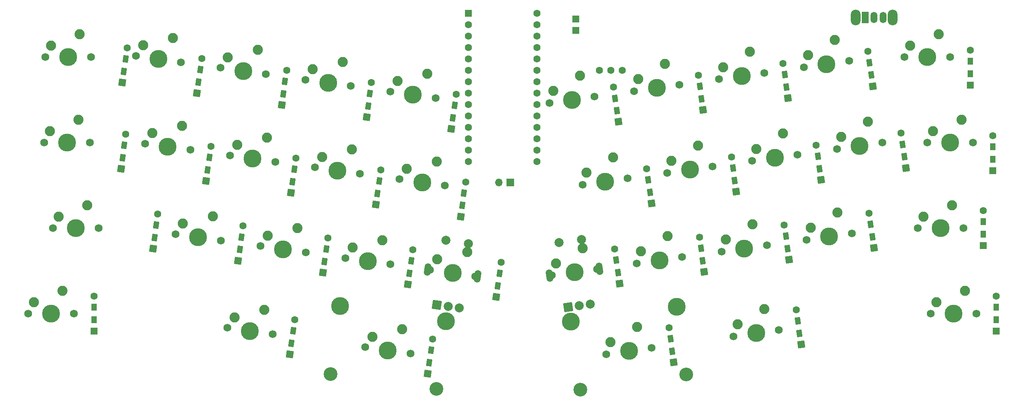
<source format=gbr>
%TF.GenerationSoftware,KiCad,Pcbnew,(6.0.1)*%
%TF.CreationDate,2022-01-24T11:33:20-05:00*%
%TF.ProjectId,QALBLE,51414c42-4c45-42e6-9b69-6361645f7063,rev?*%
%TF.SameCoordinates,Original*%
%TF.FileFunction,Soldermask,Bot*%
%TF.FilePolarity,Negative*%
%FSLAX46Y46*%
G04 Gerber Fmt 4.6, Leading zero omitted, Abs format (unit mm)*
G04 Created by KiCad (PCBNEW (6.0.1)) date 2022-01-24 11:33:20*
%MOMM*%
%LPD*%
G01*
G04 APERTURE LIST*
G04 Aperture macros list*
%AMHorizOval*
0 Thick line with rounded ends*
0 $1 width*
0 $2 $3 position (X,Y) of the first rounded end (center of the circle)*
0 $4 $5 position (X,Y) of the second rounded end (center of the circle)*
0 Add line between two ends*
20,1,$1,$2,$3,$4,$5,0*
0 Add two circle primitives to create the rounded ends*
1,1,$1,$2,$3*
1,1,$1,$4,$5*%
%AMRotRect*
0 Rectangle, with rotation*
0 The origin of the aperture is its center*
0 $1 length*
0 $2 width*
0 $3 Rotation angle, in degrees counterclockwise*
0 Add horizontal line*
21,1,$1,$2,0,0,$3*%
G04 Aperture macros list end*
%ADD10RotRect,1.600000X1.200000X262.000000*%
%ADD11RotRect,1.600000X1.600000X262.000000*%
%ADD12C,1.600000*%
%ADD13C,1.750000*%
%ADD14C,3.987800*%
%ADD15C,2.250000*%
%ADD16C,3.048000*%
%ADD17R,1.600000X1.600000*%
%ADD18R,1.200000X1.600000*%
%ADD19RotRect,1.600000X1.200000X278.000000*%
%ADD20RotRect,1.600000X1.600000X278.000000*%
%ADD21HorizOval,1.500000X-0.090463X0.643674X0.090463X-0.643674X0*%
%ADD22RotRect,2.000000X2.000000X98.000000*%
%ADD23C,2.000000*%
%ADD24HorizOval,1.500000X0.090463X0.643674X-0.090463X-0.643674X0*%
%ADD25RotRect,2.000000X2.000000X82.000000*%
%ADD26R,1.524000X1.524000*%
%ADD27O,2.200000X3.500000*%
%ADD28R,1.500000X2.500000*%
%ADD29O,1.500000X2.500000*%
%ADD30R,1.700000X1.700000*%
%ADD31O,1.700000X1.700000*%
G04 APERTURE END LIST*
D10*
%TO.C,D21*%
X112585992Y-79569902D03*
D11*
X112238059Y-82045572D03*
D12*
X113323609Y-74321482D03*
D10*
X112975676Y-76797152D03*
%TD*%
D13*
%TO.C,MX18*%
X245469197Y-62502802D03*
X255530321Y-61088804D03*
D14*
X250499759Y-61795803D03*
D15*
X246373338Y-59810772D03*
X252308041Y-56411742D03*
%TD*%
D13*
%TO.C,MX20*%
X284372891Y-58369981D03*
D14*
X289452891Y-58369981D03*
D13*
X294532891Y-58369981D03*
D15*
X285642891Y-55829981D03*
X291992891Y-53289981D03*
%TD*%
D14*
%TO.C,MX26*%
X205989470Y-87288531D03*
D13*
X211020032Y-86581532D03*
X200958908Y-87995530D03*
D15*
X201863049Y-85303500D03*
X207797752Y-81904470D03*
%TD*%
D13*
%TO.C,MX17*%
X236665706Y-63740045D03*
D14*
X231635144Y-64447044D03*
D13*
X226604582Y-65154043D03*
D15*
X227508723Y-62462013D03*
X233443426Y-59062983D03*
%TD*%
D16*
%TO.C,MX34*%
X230835544Y-110087508D03*
D14*
X218073041Y-104827515D03*
D13*
X223103603Y-104120516D03*
D16*
X207254786Y-113401567D03*
D14*
X205133788Y-98309882D03*
X228714546Y-94995822D03*
D13*
X213042479Y-105534514D03*
D15*
X213946620Y-102842484D03*
X219881323Y-99443454D03*
%TD*%
D13*
%TO.C,MX10*%
X279324631Y-39319986D03*
X289484631Y-39319986D03*
D14*
X284404631Y-39319986D03*
D15*
X280594631Y-36779986D03*
X286944631Y-34239986D03*
%TD*%
D13*
%TO.C,MX13*%
X129359037Y-61270373D03*
X139420161Y-62684371D03*
D14*
X134389599Y-61977372D03*
D15*
X130970177Y-58931842D03*
X137611879Y-57300310D03*
%TD*%
D13*
%TO.C,MX2*%
X108426449Y-39091281D03*
D14*
X113457011Y-39798280D03*
D13*
X118487573Y-40505279D03*
D15*
X110037589Y-36752750D03*
X116679291Y-35121218D03*
%TD*%
D17*
%TO.C,D20*%
X298977878Y-64651235D03*
D18*
X298977878Y-62151235D03*
X298977878Y-59351235D03*
D12*
X298977878Y-56851235D03*
%TD*%
D13*
%TO.C,MX1*%
X98508375Y-39319987D03*
X88348375Y-39319987D03*
D14*
X93428375Y-39319987D03*
D15*
X89618375Y-36779987D03*
X95968375Y-34239987D03*
%TD*%
D19*
%TO.C,D9*%
X271955514Y-43361585D03*
D20*
X272303447Y-45837255D03*
D12*
X271217897Y-38113165D03*
D19*
X271565830Y-40588835D03*
%TD*%
D14*
%TO.C,MX3*%
X132324698Y-42449962D03*
D13*
X127294136Y-41742963D03*
X137355260Y-43156961D03*
D15*
X128905276Y-39404432D03*
X135546978Y-37772900D03*
%TD*%
D13*
%TO.C,MX4*%
X156219871Y-45808205D03*
D14*
X151189309Y-45101206D03*
D13*
X146158747Y-44394207D03*
D15*
X147769887Y-42055676D03*
X154411589Y-40424144D03*
%TD*%
D21*
%TO.C,EN2*%
X211534971Y-86509162D03*
X200443969Y-88067900D03*
D22*
X204557598Y-95063474D03*
D23*
X209508938Y-94367609D03*
X207033268Y-94715542D03*
X207490928Y-80008722D03*
X202539588Y-80704587D03*
%TD*%
D20*
%TO.C,D35*%
X256345009Y-103387061D03*
D19*
X255997076Y-100911391D03*
X255607392Y-98138641D03*
D12*
X255259459Y-95662971D03*
%TD*%
D10*
%TO.C,D12*%
X124418403Y-64463854D03*
D11*
X124070470Y-66939524D03*
D12*
X125156020Y-59215434D03*
D10*
X124808087Y-61691104D03*
%TD*%
D14*
%TO.C,MX8*%
X243132356Y-43594007D03*
D13*
X238101794Y-44301006D03*
X248162918Y-42887008D03*
D15*
X239005935Y-41608976D03*
X244940638Y-38209946D03*
%TD*%
D13*
%TO.C,MX32*%
X128772704Y-99662407D03*
X138833828Y-101076405D03*
D14*
X133803266Y-100369406D03*
D15*
X130383844Y-97323876D03*
X137025546Y-95692344D03*
%TD*%
D10*
%TO.C,D32*%
X143037641Y-103080963D03*
D11*
X142689708Y-105556633D03*
D12*
X143775258Y-97832543D03*
D10*
X143427325Y-100308213D03*
%TD*%
D19*
%TO.C,D19*%
X279322893Y-61563377D03*
D20*
X279670826Y-64039047D03*
D19*
X278933209Y-58790627D03*
D12*
X278585276Y-56314957D03*
%TD*%
D19*
%TO.C,D8*%
X253090889Y-46012828D03*
D20*
X253438822Y-48488498D03*
D19*
X252701205Y-43240078D03*
D12*
X252353272Y-40764408D03*
%TD*%
D11*
%TO.C,D4*%
X159734767Y-52714604D03*
D10*
X160082700Y-50238934D03*
D12*
X160820317Y-44990514D03*
D10*
X160472384Y-47466184D03*
%TD*%
D13*
%TO.C,MX16*%
X207739983Y-67805301D03*
X217801107Y-66391303D03*
D14*
X212770545Y-67098302D03*
D15*
X208644124Y-65113271D03*
X214578827Y-61714241D03*
%TD*%
D10*
%TO.C,D25*%
X188920257Y-90292133D03*
D11*
X188572324Y-92767803D03*
D10*
X189309941Y-87519383D03*
D12*
X189657874Y-85043713D03*
%TD*%
D11*
%TO.C,D15*%
X180664285Y-74893266D03*
D10*
X181012218Y-72417596D03*
X181401902Y-69644846D03*
D12*
X181749835Y-67169176D03*
%TD*%
D13*
%TO.C,MX24*%
X155004717Y-84111854D03*
X165065841Y-85525852D03*
D14*
X160035279Y-84818853D03*
D15*
X156615857Y-81773323D03*
X163257559Y-80141791D03*
%TD*%
D13*
%TO.C,MX31*%
X94698389Y-96469985D03*
D14*
X89618389Y-96469985D03*
D13*
X84538389Y-96469985D03*
D15*
X85808389Y-93929985D03*
X92158389Y-91389985D03*
%TD*%
D11*
%TO.C,D24*%
X168921693Y-90006093D03*
D10*
X169269626Y-87530423D03*
X169659310Y-84757673D03*
D12*
X170007243Y-82282003D03*
%TD*%
D20*
%TO.C,D6*%
X215709621Y-53790989D03*
D19*
X215361688Y-51315319D03*
X214972004Y-48542569D03*
D12*
X214624071Y-46066899D03*
%TD*%
D11*
%TO.C,D22*%
X131192498Y-84703596D03*
D10*
X131540431Y-82227926D03*
D12*
X132278048Y-76979506D03*
D10*
X131930115Y-79455176D03*
%TD*%
D13*
%TO.C,MX36*%
X295294882Y-96469983D03*
D14*
X290214882Y-96469983D03*
D13*
X285134882Y-96469983D03*
D15*
X286404882Y-93929983D03*
X292754882Y-91389983D03*
%TD*%
D24*
%TO.C,EN1*%
X184445382Y-88249471D03*
X173354380Y-86690733D03*
D25*
X175380413Y-94549180D03*
D23*
X180331753Y-95245045D03*
X177856083Y-94897113D03*
X182349763Y-80886158D03*
X177398423Y-80190293D03*
%TD*%
D18*
%TO.C,D30*%
X296882366Y-78819993D03*
D17*
X296882366Y-81319993D03*
D18*
X296882366Y-76019993D03*
D12*
X296882366Y-73519993D03*
%TD*%
D11*
%TO.C,D14*%
X161799690Y-72242016D03*
D10*
X162147623Y-69766346D03*
D12*
X162885240Y-64517926D03*
D10*
X162537307Y-66993596D03*
%TD*%
D11*
%TO.C,D33*%
X173344679Y-109864917D03*
D10*
X173692612Y-107389247D03*
X174082296Y-104616497D03*
D12*
X174430229Y-102140827D03*
%TD*%
D17*
%TO.C,U1*%
X182415631Y-29589984D03*
D12*
X182415631Y-32129984D03*
X182415631Y-34669984D03*
X182415631Y-37209984D03*
X182415631Y-39749984D03*
X182415631Y-42289984D03*
X182415631Y-44829984D03*
X182415631Y-47369984D03*
X182415631Y-49909984D03*
X182415631Y-52449984D03*
X182415631Y-54989984D03*
X182415631Y-57529984D03*
X182415631Y-60069984D03*
X182415631Y-62609984D03*
X197655631Y-62609984D03*
X197655631Y-60069984D03*
X197655631Y-57529984D03*
X197655631Y-54989984D03*
X197655631Y-52449984D03*
X197655631Y-49909984D03*
X197655631Y-47369984D03*
X197655631Y-44829984D03*
X197655631Y-42289984D03*
X197655631Y-39749984D03*
X197655631Y-37209984D03*
X197655631Y-34669984D03*
X197655631Y-32129984D03*
X197655631Y-29589984D03*
%TD*%
D13*
%TO.C,MX11*%
X88062619Y-58369987D03*
D14*
X93142619Y-58369987D03*
D13*
X98222619Y-58369987D03*
D15*
X89332619Y-55829987D03*
X95682619Y-53289987D03*
%TD*%
D14*
%TO.C,MX5*%
X170053902Y-47752456D03*
D13*
X165023340Y-47045457D03*
X175084464Y-48459455D03*
D15*
X166634480Y-44706926D03*
X173276182Y-43075394D03*
%TD*%
D20*
%TO.C,D26*%
X215964553Y-89824950D03*
D19*
X215616620Y-87349280D03*
D12*
X214879003Y-82100860D03*
D19*
X215226936Y-84576530D03*
%TD*%
D13*
%TO.C,MX22*%
X127336623Y-80223355D03*
X117275499Y-78809357D03*
D14*
X122306061Y-79516356D03*
D15*
X118886639Y-76470826D03*
X125528341Y-74839294D03*
%TD*%
D13*
%TO.C,MX28*%
X238688138Y-82693021D03*
D14*
X243718700Y-81986022D03*
D13*
X248749262Y-81279023D03*
D15*
X239592279Y-80000991D03*
X245526982Y-76601961D03*
%TD*%
D10*
%TO.C,D11*%
X105471604Y-61751350D03*
D11*
X105123671Y-64227020D03*
D10*
X105861288Y-58978600D03*
D12*
X106209221Y-56502930D03*
%TD*%
D11*
%TO.C,D1*%
X105416854Y-45031022D03*
D10*
X105764787Y-42555352D03*
X106154471Y-39782602D03*
D12*
X106502404Y-37306932D03*
%TD*%
D14*
%TO.C,MX30*%
X287357389Y-77419984D03*
D13*
X282277389Y-77419984D03*
X292437389Y-77419984D03*
D15*
X283547389Y-74879984D03*
X289897389Y-72339984D03*
%TD*%
D13*
%TO.C,MX25*%
X183930443Y-88177101D03*
X173869319Y-86763103D03*
D14*
X178899881Y-87470102D03*
D15*
X175480459Y-84424572D03*
X182122161Y-82793040D03*
%TD*%
D10*
%TO.C,D5*%
X178947319Y-52890170D03*
D11*
X178599386Y-55365840D03*
D10*
X179337003Y-50117420D03*
D12*
X179684936Y-47641750D03*
%TD*%
D13*
%TO.C,MX7*%
X229298310Y-45538246D03*
D14*
X224267748Y-46245245D03*
D13*
X219237186Y-46952244D03*
D15*
X220141327Y-44260214D03*
X226076030Y-40861184D03*
%TD*%
D19*
%TO.C,D7*%
X234226296Y-48664079D03*
D20*
X234574229Y-51139749D03*
D19*
X233836612Y-45891329D03*
D12*
X233488679Y-43415659D03*
%TD*%
D13*
%TO.C,MX12*%
X120555576Y-60033129D03*
X110494452Y-58619131D03*
D14*
X115525014Y-59326130D03*
D15*
X112105592Y-56280600D03*
X118747294Y-54649068D03*
%TD*%
D10*
%TO.C,D13*%
X143283002Y-67115097D03*
D11*
X142935069Y-69590767D03*
D12*
X144020619Y-61866677D03*
D10*
X143672686Y-64342347D03*
%TD*%
D14*
%TO.C,MX6*%
X205403127Y-48896496D03*
D13*
X210433689Y-48189497D03*
X200372565Y-49603495D03*
D15*
X201276706Y-46911465D03*
X207211409Y-43512435D03*
%TD*%
D13*
%TO.C,MX19*%
X274394922Y-58437557D03*
D14*
X269364360Y-59144556D03*
D13*
X264333798Y-59851555D03*
D15*
X265237939Y-57159525D03*
X271172642Y-53760495D03*
%TD*%
D14*
%TO.C,MX33*%
X177397506Y-98160047D03*
D13*
X169488815Y-105384679D03*
D16*
X151695750Y-109937673D03*
D13*
X159427691Y-103970681D03*
D16*
X175276508Y-113251732D03*
D14*
X153816748Y-94845987D03*
X164458253Y-104677680D03*
D15*
X161038831Y-101632150D03*
X167680533Y-100000618D03*
%TD*%
D13*
%TO.C,MX14*%
X148223651Y-63921634D03*
D14*
X153254213Y-64628633D03*
D13*
X158284775Y-65335632D03*
D15*
X149834791Y-61583103D03*
X156476493Y-59951571D03*
%TD*%
D19*
%TO.C,D16*%
X222729074Y-69517124D03*
D20*
X223077007Y-71992794D03*
D19*
X222339390Y-66744374D03*
D12*
X221991457Y-64268704D03*
%TD*%
D14*
%TO.C,MX15*%
X172118811Y-67279880D03*
D13*
X167088249Y-66572881D03*
X177149373Y-67986879D03*
D15*
X168699389Y-64234350D03*
X175341091Y-62602818D03*
%TD*%
D18*
%TO.C,D31*%
X99143382Y-97869989D03*
D17*
X99143382Y-100369989D03*
D18*
X99143382Y-95069989D03*
D12*
X99143382Y-92569989D03*
%TD*%
D20*
%TO.C,D18*%
X260806236Y-66690299D03*
D19*
X260458303Y-64214629D03*
X260068619Y-61441879D03*
D12*
X259720686Y-58966209D03*
%TD*%
D14*
%TO.C,MX27*%
X224854105Y-84637278D03*
D13*
X219823543Y-85344277D03*
X229884667Y-83930279D03*
D15*
X220727684Y-82652247D03*
X226662387Y-79253217D03*
%TD*%
D13*
%TO.C,MX9*%
X267027512Y-40235757D03*
X256966388Y-41649755D03*
D14*
X261996950Y-40942756D03*
D15*
X257870529Y-38957725D03*
X263805232Y-35558695D03*
%TD*%
D17*
%TO.C,D36*%
X299739872Y-100369983D03*
D18*
X299739872Y-97869983D03*
X299739872Y-95069983D03*
D12*
X299739872Y-92569983D03*
%TD*%
D14*
%TO.C,MX35*%
X246369931Y-100850634D03*
D13*
X251400493Y-100143635D03*
X241339369Y-101557633D03*
D15*
X242243510Y-98865603D03*
X248178213Y-95466573D03*
%TD*%
D26*
%TO.C,J2*%
X206298157Y-30929718D03*
X206298157Y-33469718D03*
%TD*%
D20*
%TO.C,D17*%
X241941630Y-69341542D03*
D19*
X241593697Y-66865872D03*
D12*
X240856080Y-61617452D03*
D19*
X241204013Y-64093122D03*
%TD*%
%TO.C,D29*%
X272210425Y-79395539D03*
D20*
X272558358Y-81871209D03*
D19*
X271820741Y-76622789D03*
D12*
X271472808Y-74147119D03*
%TD*%
D13*
%TO.C,MX29*%
X267613880Y-78627781D03*
D14*
X262583318Y-79334780D03*
D13*
X257552756Y-80041779D03*
D15*
X258456897Y-77349749D03*
X264391600Y-73950719D03*
%TD*%
D19*
%TO.C,D34*%
X227700152Y-104888265D03*
D20*
X228048085Y-107363935D03*
D12*
X226962535Y-99639845D03*
D19*
X227310468Y-102115515D03*
%TD*%
D11*
%TO.C,D2*%
X122005567Y-47412111D03*
D10*
X122353500Y-44936441D03*
D12*
X123091117Y-39688021D03*
D10*
X122743184Y-42163691D03*
%TD*%
D13*
%TO.C,MX21*%
X89967641Y-77419981D03*
D14*
X95047641Y-77419981D03*
D13*
X100127641Y-77419981D03*
D15*
X91237641Y-74879981D03*
X97587641Y-72339981D03*
%TD*%
D11*
%TO.C,D23*%
X150057108Y-87354847D03*
D10*
X150405041Y-84879177D03*
X150794725Y-82106427D03*
D12*
X151142658Y-79630757D03*
%TD*%
D13*
%TO.C,MX23*%
X136140104Y-81460602D03*
X146201228Y-82874600D03*
D14*
X141170666Y-82167601D03*
D15*
X137751244Y-79122071D03*
X144392946Y-77490539D03*
%TD*%
D19*
%TO.C,D28*%
X253345822Y-82046779D03*
D20*
X253693755Y-84522449D03*
D12*
X252608205Y-76798359D03*
D19*
X252956138Y-79274029D03*
%TD*%
D11*
%TO.C,D3*%
X140870166Y-50063350D03*
D10*
X141218099Y-47587680D03*
D12*
X141955716Y-42339260D03*
D10*
X141607783Y-44814930D03*
%TD*%
D18*
%TO.C,D10*%
X293929636Y-43101230D03*
D17*
X293929636Y-45601230D03*
D18*
X293929636Y-40301230D03*
D12*
X293929636Y-37801230D03*
%TD*%
D19*
%TO.C,D27*%
X234481211Y-84698024D03*
D20*
X234829144Y-87173694D03*
D12*
X233743594Y-79449604D03*
D19*
X234091527Y-81925274D03*
%TD*%
D27*
%TO.C,SW1*%
X268486949Y-30588733D03*
X276686949Y-30588733D03*
D28*
X270586949Y-30588733D03*
D29*
X272586949Y-30588733D03*
X274586949Y-30588733D03*
%TD*%
D30*
%TO.C,J1*%
X191665183Y-67257437D03*
D31*
X189125183Y-67257437D03*
%TD*%
D12*
%TO.C,U2*%
X216625500Y-42289983D03*
X214085500Y-42289983D03*
X211545500Y-42289983D03*
%TD*%
M02*

</source>
